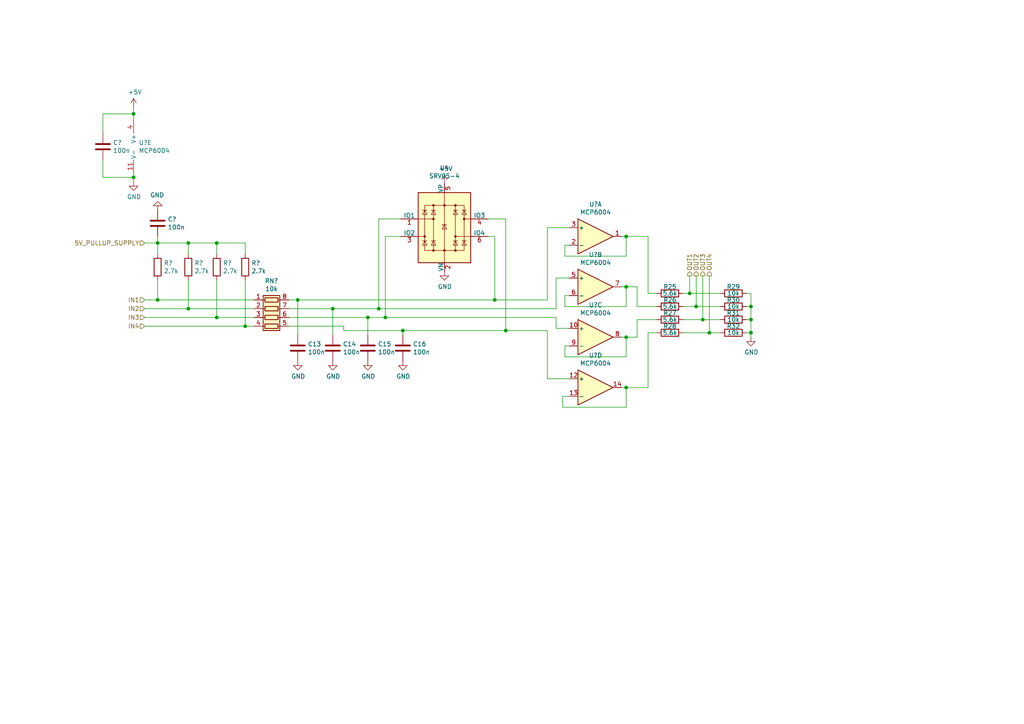
<source format=kicad_sch>
(kicad_sch (version 20250114) (generator "eeschema") (generator_version "9.0")
  (paper "A4")
  (title_block (title "rusEfi Proteus") (date "2022-04-09") (rev "v0.7") (company "rusEFI") (comment 1 "github.com/mck1117/proteus") (comment 2 "rusefi.com/s/proteus"))
  (lib_symbols
    (symbol "Amplifier_Operational:MCP6004" (pin_names (offset 0.127))
      (property "Reference" "U" (at 0 5.08 0))
      (property "Value" "MCP6004" (at 0 -5.08 0))
      (symbol "MCP6004_1_1"
        (polyline (pts (xy -5.08 5.08) (xy 5.08 0) (xy -5.08 -5.08) (xy -5.08 5.08)) (stroke (width 0.254)) (fill (type background)))
        (pin input line (at -7.62 2.54 0) (length 2.54) (name "+") (number "3"))
        (pin input line (at -7.62 -2.54 0) (length 2.54) (name "-") (number "2"))
        (pin output line (at 7.62 0 180) (length 2.54) (name "~") (number "1"))
      )
      (symbol "MCP6004_2_1"
        (polyline (pts (xy -5.08 5.08) (xy 5.08 0) (xy -5.08 -5.08) (xy -5.08 5.08)) (stroke (width 0.254)) (fill (type background)))
        (pin input line (at -7.62 2.54 0) (length 2.54) (name "+") (number "5"))
        (pin input line (at -7.62 -2.54 0) (length 2.54) (name "-") (number "6"))
        (pin output line (at 7.62 0 180) (length 2.54) (name "~") (number "7"))
      )
      (symbol "MCP6004_3_1"
        (polyline (pts (xy -5.08 5.08) (xy 5.08 0) (xy -5.08 -5.08) (xy -5.08 5.08)) (stroke (width 0.254)) (fill (type background)))
        (pin input line (at -7.62 2.54 0) (length 2.54) (name "+") (number "10"))
        (pin input line (at -7.62 -2.54 0) (length 2.54) (name "-") (number "9"))
        (pin output line (at 7.62 0 180) (length 2.54) (name "~") (number "8"))
      )
      (symbol "MCP6004_4_1"
        (polyline (pts (xy -5.08 5.08) (xy 5.08 0) (xy -5.08 -5.08) (xy -5.08 5.08)) (stroke (width 0.254)) (fill (type background)))
        (pin input line (at -7.62 2.54 0) (length 2.54) (name "+") (number "12"))
        (pin input line (at -7.62 -2.54 0) (length 2.54) (name "-") (number "13"))
        (pin output line (at 7.62 0 180) (length 2.54) (name "~") (number "14"))
      )
      (symbol "MCP6004_5_1"
        (pin power_in line (at -2.54 7.62 270) (length 3.81) (name "V+") (number "4"))
        (pin power_in line (at -2.54 -7.62 90) (length 3.81) (name "V-") (number "11"))
      )
    )
    (symbol "Device:C" (pin_numbers (hide yes)) (pin_names (offset 0.254))
      (property "Reference" "C" (at 0.635 2.54 0))
      (property "Value" "C" (at 0.635 -2.54 0))
      (symbol "C_0_1"
        (polyline (pts (xy -2.032 0.762) (xy 2.032 0.762)) (stroke (width 0.508)))
        (polyline (pts (xy -2.032 -0.762) (xy 2.032 -0.762)) (stroke (width 0.508)))
      )
      (symbol "C_1_1"
        (pin passive line (at 0 3.81 270) (length 2.794) (name "~") (number "1"))
        (pin passive line (at 0 -3.81 90) (length 2.794) (name "~") (number "2"))
      )
    )
    (symbol "Device:R" (pin_numbers (hide yes)) (pin_names (offset 0))
      (property "Reference" "R" (at 2.032 0 90))
      (property "Value" "R" (at 0 0 90))
      (symbol "R_0_1"
        (rectangle (start -1.016 -2.54) (end 1.016 2.54) (stroke (width 0.254)))
      )
      (symbol "R_1_1"
        (pin passive line (at 0 3.81 270) (length 1.27) (name "~") (number "1"))
        (pin passive line (at 0 -3.81 90) (length 1.27) (name "~") (number "2"))
      )
    )
    (symbol "Device:R_Pack04" (pin_names (offset 0) (hide yes))
      (property "Reference" "RN" (at -7.62 0 90))
      (property "Value" "R_Pack04" (at 5.08 0 90))
      (symbol "R_Pack04_0_1"
        (rectangle (start -6.35 -2.413) (end 3.81 2.413) (stroke (width 0.254)) (fill (type background)))
        (rectangle (start -5.715 1.905) (end -4.445 -1.905) (stroke (width 0.254)))
        (polyline (pts (xy -5.08 1.905) (xy -5.08 2.54)))
        (polyline (pts (xy -5.08 -2.54) (xy -5.08 -1.905)))
        (rectangle (start -3.175 1.905) (end -1.905 -1.905) (stroke (width 0.254)))
        (polyline (pts (xy -2.54 1.905) (xy -2.54 2.54)))
        (polyline (pts (xy -2.54 -2.54) (xy -2.54 -1.905)))
        (rectangle (start -0.635 1.905) (end 0.635 -1.905) (stroke (width 0.254)))
        (polyline (pts (xy 0 1.905) (xy 0 2.54)))
        (polyline (pts (xy 0 -2.54) (xy 0 -1.905)))
        (rectangle (start 1.905 1.905) (end 3.175 -1.905) (stroke (width 0.254)))
        (polyline (pts (xy 2.54 1.905) (xy 2.54 2.54)))
        (polyline (pts (xy 2.54 -2.54) (xy 2.54 -1.905)))
      )
      (symbol "R_Pack04_1_1"
        (pin passive line (at -5.08 5.08 270) (length 2.54) (name "R1.2") (number "8"))
        (pin passive line (at -5.08 -5.08 90) (length 2.54) (name "R1.1") (number "1"))
        (pin passive line (at -2.54 5.08 270) (length 2.54) (name "R2.2") (number "7"))
        (pin passive line (at -2.54 -5.08 90) (length 2.54) (name "R2.1") (number "2"))
        (pin passive line (at 0 5.08 270) (length 2.54) (name "R3.2") (number "6"))
        (pin passive line (at 0 -5.08 90) (length 2.54) (name "R3.1") (number "3"))
        (pin passive line (at 2.54 5.08 270) (length 2.54) (name "R4.2") (number "5"))
        (pin passive line (at 2.54 -5.08 90) (length 2.54) (name "R4.1") (number "4"))
      )
    )
    (symbol "Power_Protection:SRV05-4" (pin_names (offset 0))
      (property "Reference" "U" (at -5.08 11.43 0))
      (property "Value" "SRV05-4" (at 2.54 11.43 0))
      (symbol "SRV05-4_0_0"
        (rectangle (start -5.715 6.477) (end 5.715 -6.604))
        (polyline (pts (xy -3.175 -6.604) (xy -3.175 6.477)))
        (polyline (pts (xy 3.175 6.477) (xy 3.175 -6.604)))
      )
      (symbol "SRV05-4_0_1"
        (polyline (pts (xy -7.747 2.54) (xy -3.175 2.54)))
        (rectangle (start -7.62 10.16) (end 7.62 -10.16) (stroke (width 0.254)) (fill (type background)))
        (polyline (pts (xy -7.62 -2.54) (xy -5.715 -2.54)))
        (circle (center -5.715 -2.54) (radius 0.2794) (fill (type outline)))
        (polyline (pts (xy -5.08 5.08) (xy -6.35 5.08)))
        (polyline (pts (xy -5.08 3.81) (xy -6.35 3.81) (xy -5.715 5.08) (xy -5.08 3.81)))
        (polyline (pts (xy -5.08 -3.81) (xy -6.35 -3.81)))
        (polyline (pts (xy -5.08 -5.08) (xy -6.35 -5.08) (xy -5.715 -3.81) (xy -5.08 -5.08)))
        (circle (center -3.175 6.477) (radius 0.2794) (fill (type outline)))
        (circle (center -3.175 2.54) (radius 0.2794) (fill (type outline)))
        (circle (center -3.175 -6.604) (radius 0.2794) (fill (type outline)))
        (polyline (pts (xy -2.54 5.08) (xy -3.81 5.08)))
        (polyline (pts (xy -2.54 3.81) (xy -3.81 3.81) (xy -3.175 5.08) (xy -2.54 3.81)))
        (polyline (pts (xy -2.54 -3.81) (xy -3.81 -3.81)))
        (polyline (pts (xy -2.54 -5.08) (xy -3.81 -5.08) (xy -3.175 -3.81) (xy -2.54 -5.08)))
        (polyline (pts (xy 0 10.16) (xy 0 -10.16)))
        (circle (center 0 6.477) (radius 0.2794) (fill (type outline)))
        (circle (center 0 -6.604) (radius 0.2794) (fill (type outline)))
        (polyline (pts (xy 0.635 0.889) (xy -0.635 0.889) (xy -0.635 0.635)))
        (polyline (pts (xy 0.635 -0.381) (xy -0.635 -0.381) (xy 0 0.889) (xy 0.635 -0.381)))
        (circle (center 3.175 6.477) (radius 0.2794) (fill (type outline)))
        (circle (center 3.175 -2.54) (radius 0.2794) (fill (type outline)))
        (circle (center 3.175 -6.604) (radius 0.2794) (fill (type outline)))
        (polyline (pts (xy 3.81 5.08) (xy 2.54 5.08)))
        (polyline (pts (xy 3.81 3.81) (xy 2.54 3.81) (xy 3.175 5.08) (xy 3.81 3.81)))
        (polyline (pts (xy 3.81 -3.81) (xy 2.54 -3.81)))
        (polyline (pts (xy 3.81 -5.08) (xy 2.54 -5.08) (xy 3.175 -3.81) (xy 3.81 -5.08)))
        (circle (center 5.715 2.54) (radius 0.2794) (fill (type outline)))
        (polyline (pts (xy 6.35 5.08) (xy 5.08 5.08)))
        (polyline (pts (xy 6.35 3.81) (xy 5.08 3.81) (xy 5.715 5.08) (xy 6.35 3.81)))
        (polyline (pts (xy 6.35 -3.81) (xy 5.08 -3.81)))
        (polyline (pts (xy 6.35 -5.08) (xy 5.08 -5.08) (xy 5.715 -3.81) (xy 6.35 -5.08)))
        (polyline (pts (xy 7.62 2.54) (xy 5.715 2.54)))
        (polyline (pts (xy 7.62 -2.54) (xy 3.175 -2.54)))
      )
      (symbol "SRV05-4_1_1"
        (pin passive line (at -12.7 2.54 0) (length 5.08) (name "IO1") (number "1"))
        (pin passive line (at -12.7 -2.54 0) (length 5.08) (name "IO2") (number "3"))
        (pin passive line (at 0 12.7 270) (length 2.54) (name "VP") (number "5"))
        (pin passive line (at 0 -12.7 90) (length 2.54) (name "VN") (number "2"))
        (pin passive line (at 12.7 2.54 180) (length 5.08) (name "IO3") (number "4"))
        (pin passive line (at 12.7 -2.54 180) (length 5.08) (name "IO4") (number "6"))
      )
    )
    (symbol "proteus-rescue:+5V-power" (power) (pin_names (offset 0))
      (property "Value" "power_+5V" (at 0 3.556 0))
      (symbol "+5V-power_0_1"
        (polyline (pts (xy -0.762 1.27) (xy 0 2.54)))
        (polyline (pts (xy 0 2.54) (xy 0.762 1.27)))
        (polyline (pts (xy 0 0) (xy 0 2.54)))
      )
      (symbol "+5V-power_1_1"
        (pin power_in line (at 0 0 90) (length 0) (hide yes) (name "+5V") (number "1"))
      )
    )
    (symbol "proteus-rescue:GND-power" (power) (pin_names (offset 0))
      (property "Value" "power_GND" (at 0 -3.81 0))
      (symbol "GND-power_0_1"
        (polyline (pts (xy 0 0) (xy 0 -1.27) (xy 1.27 -1.27) (xy 0 -2.54) (xy -1.27 -1.27) (xy 0 -1.27)))
      )
      (symbol "GND-power_1_1"
        (pin power_in line (at 0 0 270) (length 0) (hide yes) (name "GND") (number "1"))
      )
    )
  )
  (junction (at 71.12 94.615))
  (junction (at 217.805 92.71))
  (junction (at 205.74 96.52))
  (junction (at 146.685 95.885))
  (junction (at 181.61 97.79))
  (junction (at 111.76 92.075))
  (junction (at 201.93 88.9))
  (junction (at 45.72 70.485))
  (junction (at 62.865 70.485))
  (junction (at 106.68 92.075))
  (junction (at 109.855 89.535))
  (junction (at 181.61 83.185))
  (junction (at 143.51 86.995))
  (junction (at 181.61 112.395))
  (junction (at 217.805 88.9))
  (junction (at 45.72 86.995))
  (junction (at 86.36 86.995))
  (junction (at 203.835 92.71))
  (junction (at 217.805 96.52))
  (junction (at 62.865 92.075))
  (junction (at 116.84 95.885))
  (junction (at 96.52 89.535))
  (junction (at 200.025 85.09))
  (junction (at 181.61 68.58))
  (junction (at 54.61 89.535))
  (junction (at 38.735 33.02))
  (junction (at 54.61 70.485))
  (junction (at 38.735 51.435))
  (wire (pts (xy 41.91 86.995) (xy 45.72 86.995)))
  (wire (pts (xy 163.83 88.9) (xy 181.61 88.9)))
  (wire (pts (xy 203.835 80.01) (xy 203.835 92.71)))
  (wire (pts (xy 45.72 68.58) (xy 45.72 70.485)))
  (wire (pts (xy 181.61 97.79) (xy 180.34 97.79)))
  (wire (pts (xy 187.96 68.58) (xy 181.61 68.58)))
  (wire (pts (xy 41.91 92.075) (xy 62.865 92.075)))
  (wire (pts (xy 184.785 92.71) (xy 190.5 92.71)))
  (wire (pts (xy 86.36 86.995) (xy 83.82 86.995)))
  (wire (pts (xy 158.75 66.04) (xy 165.1 66.04)))
  (wire (pts (xy 181.61 97.79) (xy 184.785 97.79)))
  (wire (pts (xy 158.75 95.885) (xy 158.75 109.855)))
  (wire (pts (xy 143.51 86.995) (xy 158.75 86.995)))
  (wire (pts (xy 141.605 68.58) (xy 143.51 68.58)))
  (wire (pts (xy 205.74 96.52) (xy 198.12 96.52)))
  (wire (pts (xy 111.76 92.075) (xy 111.76 68.58)))
  (wire (pts (xy 62.865 70.485) (xy 62.865 73.66)))
  (wire (pts (xy 187.96 85.09) (xy 187.96 68.58)))
  (wire (pts (xy 62.865 70.485) (xy 71.12 70.485)))
  (wire (pts (xy 161.29 80.645) (xy 161.29 89.535)))
  (wire (pts (xy 161.29 92.075) (xy 161.29 95.25)))
  (wire (pts (xy 163.83 103.505) (xy 181.61 103.505)))
  (wire (pts (xy 208.915 96.52) (xy 205.74 96.52)))
  (wire (pts (xy 106.68 92.075) (xy 106.68 97.155)))
  (wire (pts (xy 201.93 80.01) (xy 201.93 88.9)))
  (wire (pts (xy 163.195 118.11) (xy 181.61 118.11)))
  (wire (pts (xy 54.61 81.28) (xy 54.61 89.535)))
  (wire (pts (xy 38.735 51.435) (xy 38.735 50.165)))
  (wire (pts (xy 163.83 74.295) (xy 181.61 74.295)))
  (wire (pts (xy 38.735 33.02) (xy 38.735 34.925)))
  (wire (pts (xy 217.805 85.09) (xy 217.805 88.9)))
  (wire (pts (xy 86.36 97.155) (xy 86.36 86.995)))
  (wire (pts (xy 83.82 94.615) (xy 99.695 94.615)))
  (wire (pts (xy 163.83 71.12) (xy 163.83 74.295)))
  (wire (pts (xy 187.96 96.52) (xy 187.96 112.395)))
  (wire (pts (xy 165.1 80.645) (xy 161.29 80.645)))
  (wire (pts (xy 111.76 92.075) (xy 161.29 92.075)))
  (wire (pts (xy 96.52 89.535) (xy 109.855 89.535)))
  (wire (pts (xy 217.805 92.71) (xy 217.805 88.9)))
  (wire (pts (xy 200.025 85.09) (xy 200.025 80.01)))
  (wire (pts (xy 116.84 97.155) (xy 116.84 95.885)))
  (wire (pts (xy 38.735 51.435) (xy 29.845 51.435)))
  (wire (pts (xy 184.785 88.9) (xy 190.5 88.9)))
  (wire (pts (xy 181.61 83.185) (xy 184.785 83.185)))
  (wire (pts (xy 109.855 89.535) (xy 161.29 89.535)))
  (wire (pts (xy 217.805 97.79) (xy 217.805 96.52)))
  (wire (pts (xy 198.12 92.71) (xy 203.835 92.71)))
  (wire (pts (xy 38.735 31.115) (xy 38.735 33.02)))
  (wire (pts (xy 216.535 85.09) (xy 217.805 85.09)))
  (wire (pts (xy 158.75 109.855) (xy 165.1 109.855)))
  (wire (pts (xy 165.1 100.33) (xy 163.83 100.33)))
  (wire (pts (xy 141.605 63.5) (xy 146.685 63.5)))
  (wire (pts (xy 163.83 100.33) (xy 163.83 103.505)))
  (wire (pts (xy 41.91 89.535) (xy 54.61 89.535)))
  (wire (pts (xy 62.865 92.075) (xy 73.66 92.075)))
  (wire (pts (xy 45.72 70.485) (xy 54.61 70.485)))
  (wire (pts (xy 143.51 68.58) (xy 143.51 86.995)))
  (wire (pts (xy 86.36 86.995) (xy 143.51 86.995)))
  (wire (pts (xy 29.845 33.02) (xy 38.735 33.02)))
  (wire (pts (xy 71.12 94.615) (xy 73.66 94.615)))
  (wire (pts (xy 181.61 118.11) (xy 181.61 112.395)))
  (wire (pts (xy 181.61 74.295) (xy 181.61 68.58)))
  (wire (pts (xy 181.61 103.505) (xy 181.61 97.79)))
  (wire (pts (xy 208.915 88.9) (xy 201.93 88.9)))
  (wire (pts (xy 106.68 92.075) (xy 111.76 92.075)))
  (wire (pts (xy 187.96 112.395) (xy 181.61 112.395)))
  (wire (pts (xy 45.72 70.485) (xy 45.72 73.66)))
  (wire (pts (xy 111.76 68.58) (xy 116.205 68.58)))
  (wire (pts (xy 201.93 88.9) (xy 198.12 88.9)))
  (wire (pts (xy 62.865 81.28) (xy 62.865 92.075)))
  (wire (pts (xy 161.29 95.25) (xy 165.1 95.25)))
  (wire (pts (xy 38.735 52.705) (xy 38.735 51.435)))
  (wire (pts (xy 217.805 96.52) (xy 216.535 96.52)))
  (wire (pts (xy 205.74 96.52) (xy 205.74 80.01)))
  (wire (pts (xy 200.025 85.09) (xy 208.915 85.09)))
  (wire (pts (xy 190.5 85.09) (xy 187.96 85.09)))
  (wire (pts (xy 217.805 96.52) (xy 217.805 92.71)))
  (wire (pts (xy 45.72 86.995) (xy 73.66 86.995)))
  (wire (pts (xy 181.61 68.58) (xy 180.34 68.58)))
  (wire (pts (xy 165.1 85.725) (xy 163.83 85.725)))
  (wire (pts (xy 54.61 70.485) (xy 54.61 73.66)))
  (wire (pts (xy 163.195 114.935) (xy 163.195 118.11)))
  (wire (pts (xy 29.845 38.735) (xy 29.845 33.02)))
  (wire (pts (xy 41.91 70.485) (xy 45.72 70.485)))
  (wire (pts (xy 29.845 51.435) (xy 29.845 46.355)))
  (wire (pts (xy 54.61 70.485) (xy 62.865 70.485)))
  (wire (pts (xy 190.5 96.52) (xy 187.96 96.52)))
  (wire (pts (xy 217.805 88.9) (xy 216.535 88.9)))
  (wire (pts (xy 203.835 92.71) (xy 208.915 92.71)))
  (wire (pts (xy 184.785 83.185) (xy 184.785 88.9)))
  (wire (pts (xy 198.12 85.09) (xy 200.025 85.09)))
  (wire (pts (xy 45.72 81.28) (xy 45.72 86.995)))
  (wire (pts (xy 116.205 63.5) (xy 109.855 63.5)))
  (wire (pts (xy 146.685 95.885) (xy 158.75 95.885)))
  (wire (pts (xy 181.61 88.9) (xy 181.61 83.185)))
  (wire (pts (xy 184.785 97.79) (xy 184.785 92.71)))
  (wire (pts (xy 99.695 95.885) (xy 116.84 95.885)))
  (wire (pts (xy 165.1 114.935) (xy 163.195 114.935)))
  (wire (pts (xy 71.12 81.28) (xy 71.12 94.615)))
  (wire (pts (xy 83.82 92.075) (xy 106.68 92.075)))
  (wire (pts (xy 146.685 63.5) (xy 146.685 95.885)))
  (wire (pts (xy 163.83 85.725) (xy 163.83 88.9)))
  (wire (pts (xy 71.12 70.485) (xy 71.12 73.66)))
  (wire (pts (xy 181.61 112.395) (xy 180.34 112.395)))
  (wire (pts (xy 217.805 92.71) (xy 216.535 92.71)))
  (wire (pts (xy 109.855 63.5) (xy 109.855 89.535)))
  (wire (pts (xy 54.61 89.535) (xy 73.66 89.535)))
  (wire (pts (xy 181.61 83.185) (xy 180.34 83.185)))
  (wire (pts (xy 158.75 86.995) (xy 158.75 66.04)))
  (wire (pts (xy 83.82 89.535) (xy 96.52 89.535)))
  (wire (pts (xy 165.1 71.12) (xy 163.83 71.12)))
  (wire (pts (xy 116.84 95.885) (xy 146.685 95.885)))
  (wire (pts (xy 96.52 89.535) (xy 96.52 97.155)))
  (wire (pts (xy 99.695 94.615) (xy 99.695 95.885)))
  (wire (pts (xy 41.91 94.615) (xy 71.12 94.615)))
  (hierarchical_label "IN2" (shape input) (at 41.91 89.535 180))
  (hierarchical_label "IN3" (shape input) (at 41.91 92.075 180))
  (hierarchical_label "IN4" (shape input) (at 41.91 94.615 180))
  (hierarchical_label "OUT3" (shape output) (at 203.835 80.01 90))
  (hierarchical_label "OUT4" (shape output) (at 205.74 80.01 90))
  (hierarchical_label "OUT1" (shape output) (at 200.025 80.01 90))
  (hierarchical_label "OUT2" (shape output) (at 201.93 80.01 90))
  (hierarchical_label "5V_PULLUP_SUPPLY" (shape input) (at 41.91 70.485 180))
  (hierarchical_label "IN1" (shape input) (at 41.91 86.995 180))
  (symbol (lib_id "Amplifier_Operational:MCP6004") (at 41.275 42.545 0) (unit 5)
    (property "Reference" "U1101" (at 40.2082 41.3766 0) (effects (justify left)))
    (property "Value" "MCP6004" (at 40.2082 43.688 0) (effects (justify left)))
    (property "Footprint" "Package_SO:TSSOP-14_4.4x5mm_P0.65mm" (effects (hide yes)))
    (property "Datasheet" "http://ww1.microchip.com/downloads/en/DeviceDoc/21733j.pdf" (effects (hide yes)))
    (property "PN" "MCP6004T-I/ST" (effects (hide yes)))
    (property "LCSC" "C50282" (effects (hide yes)))
    (property "LCSC_ext" "1" (effects (hide yes)))
    (property "possible_not_ext" "1" (effects (hide yes)))
    (instances (project "" (path "" (reference "U?") (unit 5)) (path "" (reference "U?") (unit 5)) (path "" (reference "U1101") (unit 5))))
  )
  (symbol (lib_id "Device:R_Pack04") (at 78.74 92.075 270) (unit 1)
    (property "Reference" "RN1101" (at 78.74 81.4832 90))
    (property "Value" "10k" (at 78.74 83.7946 90))
    (property "Footprint" "Resistor_SMD:R_Array_Convex_4x0603" (effects (hide yes)))
    (property "PN" "CAT16-473J4LF" (effects (hide yes)))
    (property "LCSC" "C29718" (effects (hide yes)))
    (property "LCSC_ext" "0" (effects (hide yes)))
    (instances (project "" (path "" (reference "RN?") (unit 1)) (path "" (reference "RN?") (unit 1)) (path "" (reference "RN1101") (unit 1))))
  )
  (symbol (lib_id "Device:R") (at 45.72 77.47 0) (unit 1)
    (property "Reference" "R1101" (at 47.498 76.3016 0) (effects (justify left)))
    (property "Value" "2.7k" (at 47.498 78.613 0) (effects (justify left)))
    (property "Footprint" "Resistor_SMD:R_0603_1608Metric" (effects (hide yes)))
    (property "LCSC" "C13167" (effects (hide yes)))
    (property "LCSC_ext" "0" (effects (hide yes)))
    (instances (project "" (path "" (reference "R?") (unit 1)) (path "" (reference "R?") (unit 1)) (path "" (reference "R1101") (unit 1))))
  )
  (symbol (lib_id "Device:C") (at 29.845 42.545 0) (unit 1)
    (property "Reference" "C1101" (at 32.766 41.3766 0) (effects (justify left)))
    (property "Value" "100n" (at 32.766 43.688 0) (effects (justify left)))
    (property "Footprint" "Capacitor_SMD:C_0603_1608Metric" (effects (hide yes)))
    (property "LCSC" "C14663" (effects (hide yes)))
    (property "LCSC_ext" "0" (effects (hide yes)))
    (instances (project "" (path "" (reference "C?") (unit 1)) (path "" (reference "C?") (unit 1)) (path "" (reference "C1101") (unit 1))))
  )
  (symbol (lib_id "proteus-rescue:GND-power") (at 38.735 52.705 0) (unit 1)
    (property "Reference" "#PWR01102" (effects (hide yes)))
    (property "Value" "GND" (at 38.862 57.0992 0))
    (instances (project "" (path "" (reference "#PWR?") (unit 1)) (path "" (reference "#PWR?") (unit 1)) (path "" (reference "#PWR01102") (unit 1))))
  )
  (symbol (lib_id "proteus-rescue:GND-power") (at 106.68 104.775 0) (unit 1)
    (property "Reference" "#PWR01108" (effects (hide yes)))
    (property "Value" "GND" (at 106.807 109.1692 0))
    (instances (project "" (path "" (reference "#PWR?") (unit 1)) (path "" (reference "#PWR?") (unit 1)) (path "" (reference "#PWR01108") (unit 1))))
  )
  (symbol (lib_id "proteus-rescue:GND-power") (at 116.84 104.775 0) (unit 1)
    (property "Reference" "#PWR01109" (effects (hide yes)))
    (property "Value" "GND" (at 116.967 109.1692 0))
    (instances (project "" (path "" (reference "#PWR?") (unit 1)) (path "" (reference "#PWR?") (unit 1)) (path "" (reference "#PWR01109") (unit 1))))
  )
  (symbol (lib_id "proteus-rescue:GND-power") (at 217.805 97.79 0) (unit 1)
    (property "Reference" "#PWR01105" (effects (hide yes)))
    (property "Value" "GND" (at 217.932 102.1842 0))
    (instances (project "" (path "" (reference "#PWR?") (unit 1)) (path "" (reference "#PWR?") (unit 1)) (path "" (reference "#PWR01105") (unit 1))))
  )
  (symbol (lib_id "Device:C") (at 45.72 64.77 0) (unit 1)
    (property "Reference" "C1409" (at 48.641 63.6016 0) (effects (justify left)))
    (property "Value" "100n" (at 48.641 65.913 0) (effects (justify left)))
    (property "Footprint" "Capacitor_SMD:C_0603_1608Metric" (effects (hide yes)))
    (property "LCSC" "C14663" (effects (hide yes)))
    (property "LCSC_ext" "0" (effects (hide yes)))
    (instances (project "" (path "" (reference "C?") (unit 1)) (path "" (reference "C?") (unit 1)) (path "" (reference "C1409") (unit 1))))
  )
  (symbol (lib_id "proteus-rescue:GND-power") (at 45.72 60.96 180) (unit 1)
    (property "Reference" "#PWR0210" (effects (hide yes)))
    (property "Value" "GND" (at 45.593 56.5658 0))
    (instances (project "" (path "" (reference "#PWR?") (unit 1)) (path "" (reference "#PWR?") (unit 1)) (path "" (reference "#PWR0210") (unit 1))))
  )
  (symbol (lib_id "Device:R") (at 54.61 77.47 0) (unit 1)
    (property "Reference" "R1102" (at 56.388 76.3016 0) (effects (justify left)))
    (property "Value" "2.7k" (at 56.388 78.613 0) (effects (justify left)))
    (property "Footprint" "Resistor_SMD:R_0603_1608Metric" (effects (hide yes)))
    (property "LCSC" "C13167" (effects (hide yes)))
    (property "LCSC_ext" "0" (effects (hide yes)))
    (instances (project "" (path "" (reference "R?") (unit 1)) (path "" (reference "R?") (unit 1)) (path "" (reference "R1102") (unit 1))))
  )
  (symbol (lib_id "Device:R") (at 62.865 77.47 0) (unit 1)
    (property "Reference" "R1103" (at 64.643 76.3016 0) (effects (justify left)))
    (property "Value" "2.7k" (at 64.643 78.613 0) (effects (justify left)))
    (property "Footprint" "Resistor_SMD:R_0603_1608Metric" (effects (hide yes)))
    (property "LCSC" "C13167" (effects (hide yes)))
    (property "LCSC_ext" "0" (effects (hide yes)))
    (instances (project "" (path "" (reference "R?") (unit 1)) (path "" (reference "R?") (unit 1)) (path "" (reference "R1103") (unit 1))))
  )
  (symbol (lib_id "Device:R") (at 71.12 77.47 0) (unit 1)
    (property "Reference" "R1104" (at 72.898 76.3016 0) (effects (justify left)))
    (property "Value" "2.7k" (at 72.898 78.613 0) (effects (justify left)))
    (property "Footprint" "Resistor_SMD:R_0603_1608Metric" (effects (hide yes)))
    (property "LCSC" "C13167" (effects (hide yes)))
    (property "LCSC_ext" "0" (effects (hide yes)))
    (instances (project "" (path "" (reference "R?") (unit 1)) (path "" (reference "R?") (unit 1)) (path "" (reference "R1104") (unit 1))))
  )
  (symbol (lib_id "Amplifier_Operational:MCP6004") (at 172.72 68.58 0) (unit 1)
    (property "Reference" "U1101" (at 172.72 59.2582 0))
    (property "Value" "MCP6004" (at 172.72 61.5696 0))
    (property "Footprint" "Package_SO:TSSOP-14_4.4x5mm_P0.65mm" (effects (hide yes)))
    (property "Datasheet" "http://ww1.microchip.com/downloads/en/DeviceDoc/21733j.pdf" (effects (hide yes)))
    (property "PN" "MCP6004T-I/ST" (effects (hide yes)))
    (property "LCSC" "C50282" (effects (hide yes)))
    (property "LCSC_ext" "1" (effects (hide yes)))
    (property "possible_not_ext" "1" (effects (hide yes)))
    (instances (project "" (path "" (reference "U?") (unit 1)) (path "" (reference "U?") (unit 1)) (path "" (reference "U1101") (unit 1))))
  )
  (symbol (lib_id "Amplifier_Operational:MCP6004") (at 172.72 83.185 0) (unit 2)
    (property "Reference" "U1101" (at 172.72 73.8632 0))
    (property "Value" "MCP6004" (at 172.72 76.1746 0))
    (property "Footprint" "Package_SO:TSSOP-14_4.4x5mm_P0.65mm" (effects (hide yes)))
    (property "Datasheet" "http://ww1.microchip.com/downloads/en/DeviceDoc/21733j.pdf" (effects (hide yes)))
    (property "PN" "MCP6004T-I/ST" (effects (hide yes)))
    (property "LCSC" "C50282" (effects (hide yes)))
    (property "LCSC_ext" "1" (effects (hide yes)))
    (property "possible_not_ext" "1" (effects (hide yes)))
    (instances (project "" (path "" (reference "U?") (unit 2)) (path "" (reference "U?") (unit 2)) (path "" (reference "U1101") (unit 2))))
  )
  (symbol (lib_id "Amplifier_Operational:MCP6004") (at 172.72 97.79 0) (unit 3)
    (property "Reference" "U1101" (at 172.72 88.4682 0))
    (property "Value" "MCP6004" (at 172.72 90.7796 0))
    (property "Footprint" "Package_SO:TSSOP-14_4.4x5mm_P0.65mm" (effects (hide yes)))
    (property "Datasheet" "http://ww1.microchip.com/downloads/en/DeviceDoc/21733j.pdf" (effects (hide yes)))
    (property "PN" "MCP6004T-I/ST" (effects (hide yes)))
    (property "LCSC" "C50282" (effects (hide yes)))
    (property "LCSC_ext" "1" (effects (hide yes)))
    (property "possible_not_ext" "1" (effects (hide yes)))
    (instances (project "" (path "" (reference "U?") (unit 3)) (path "" (reference "U?") (unit 3)) (path "" (reference "U1101") (unit 3))))
  )
  (symbol (lib_id "Amplifier_Operational:MCP6004") (at 172.72 112.395 0) (unit 4)
    (property "Reference" "U1101" (at 172.72 103.0732 0))
    (property "Value" "MCP6004" (at 172.72 105.3846 0))
    (property "Footprint" "Package_SO:TSSOP-14_4.4x5mm_P0.65mm" (effects (hide yes)))
    (property "Datasheet" "http://ww1.microchip.com/downloads/en/DeviceDoc/21733j.pdf" (effects (hide yes)))
    (property "PN" "MCP6004T-I/ST" (effects (hide yes)))
    (property "LCSC" "C50282" (effects (hide yes)))
    (property "LCSC_ext" "1" (effects (hide yes)))
    (property "possible_not_ext" "1" (effects (hide yes)))
    (instances (project "" (path "" (reference "U?") (unit 4)) (path "" (reference "U?") (unit 4)) (path "" (reference "U1101") (unit 4))))
  )
  (symbol (lib_id "proteus-rescue:GND-power") (at 86.36 104.775 0) (unit 1)
    (property "Reference" "#PWR01106" (effects (hide yes)))
    (property "Value" "GND" (at 86.487 109.1692 0))
    (instances (project "" (path "" (reference "#PWR?") (unit 1)) (path "" (reference "#PWR?") (unit 1)) (path "" (reference "#PWR01106") (unit 1))))
  )
  (symbol (lib_id "proteus-rescue:GND-power") (at 96.52 104.775 0) (unit 1)
    (property "Reference" "#PWR01107" (effects (hide yes)))
    (property "Value" "GND" (at 96.647 109.1692 0))
    (instances (project "" (path "" (reference "#PWR?") (unit 1)) (path "" (reference "#PWR?") (unit 1)) (path "" (reference "#PWR01107") (unit 1))))
  )
  (symbol (lib_id "proteus-rescue:+5V-power") (at 38.735 31.115 0) (unit 1)
    (property "Reference" "#PWR0218" (effects (hide yes)))
    (property "Value" "+5V" (at 39.116 26.7208 0))
  )
  (symbol (lib_id "Device:C") (at 86.36 100.965 0) (unit 1)
    (property "Reference" "C13" (at 89.281 99.7966 0) (effects (justify left)))
    (property "Value" "100n" (at 89.281 102.108 0) (effects (justify left)))
    (property "Footprint" "Capacitor_SMD:C_0402_1005Metric" (effects (hide yes)))
    (property "LCSC" "C1525" (effects (hide yes)))
    (property "LCSC_ext" "0" (effects (hide yes)))
  )
  (symbol (lib_id "Device:C") (at 96.52 100.965 0) (unit 1)
    (property "Reference" "C14" (at 99.441 99.7966 0) (effects (justify left)))
    (property "Value" "100n" (at 99.441 102.108 0) (effects (justify left)))
    (property "Footprint" "Capacitor_SMD:C_0402_1005Metric" (effects (hide yes)))
    (property "LCSC" "C1525" (effects (hide yes)))
    (property "LCSC_ext" "0" (effects (hide yes)))
  )
  (symbol (lib_id "Device:C") (at 106.68 100.965 0) (unit 1)
    (property "Reference" "C15" (at 109.601 99.7966 0) (effects (justify left)))
    (property "Value" "100n" (at 109.601 102.108 0) (effects (justify left)))
    (property "Footprint" "Capacitor_SMD:C_0402_1005Metric" (effects (hide yes)))
    (property "LCSC" "C1525" (effects (hide yes)))
    (property "LCSC_ext" "0" (effects (hide yes)))
  )
  (symbol (lib_id "Device:C") (at 116.84 100.965 0) (unit 1)
    (property "Reference" "C16" (at 119.761 99.7966 0) (effects (justify left)))
    (property "Value" "100n" (at 119.761 102.108 0) (effects (justify left)))
    (property "Footprint" "Capacitor_SMD:C_0402_1005Metric" (effects (hide yes)))
    (property "LCSC" "C1525" (effects (hide yes)))
    (property "LCSC_ext" "0" (effects (hide yes)))
  )
  (symbol (lib_id "Power_Protection:SRV05-4") (at 128.905 66.04 0) (unit 1)
    (property "Reference" "U4" (at 128.905 48.7426 0))
    (property "Value" "SRV05-4" (at 128.905 51.054 0))
    (property "Footprint" "Package_TO_SOT_SMD:SOT-23-6" (effects (hide yes)))
    (property "Datasheet" "http://www.onsemi.com/pub/Collateral/SRV05-4-D.PDF" (effects (hide yes)))
    (property "LCSC" "C85364" (effects (hide yes)))
    (property "LCSC_ext" "0" (effects (hide yes)))
  )
  (symbol (lib_id "proteus-rescue:GND-power") (at 128.905 78.74 0) (unit 1)
    (property "Reference" "#PWR0272" (effects (hide yes)))
    (property "Value" "GND" (at 129.032 83.1342 0))
    (instances (project "" (path "" (reference "#PWR?") (unit 1)) (path "" (reference "#PWR?") (unit 1)) (path "" (reference "#PWR0272") (unit 1))))
  )
  (symbol (lib_id "proteus-rescue:+5V-power") (at 128.905 53.34 0) (unit 1)
    (property "Reference" "#PWR0273" (effects (hide yes)))
    (property "Value" "+5V" (at 129.286 48.9458 0))
  )
  (symbol (lib_id "Device:R") (at 194.31 85.09 270) (unit 1)
    (property "Reference" "R25" (at 194.31 83.185 90))
    (property "Value" "5.6k" (at 194.31 85.09 90))
    (property "Footprint" "Resistor_SMD:R_0402_1005Metric" (effects (hide yes)))
    (property "LCSC" "C25908" (effects (hide yes)))
    (property "LCSC_ext" "0" (effects (hide yes)))
  )
  (symbol (lib_id "Device:R") (at 194.31 88.9 270) (unit 1)
    (property "Reference" "R26" (at 194.31 86.995 90))
    (property "Value" "5.6k" (at 194.31 88.9 90))
    (property "Footprint" "Resistor_SMD:R_0402_1005Metric" (effects (hide yes)))
    (property "LCSC" "C25908" (effects (hide yes)))
    (property "LCSC_ext" "0" (effects (hide yes)))
  )
  (symbol (lib_id "Device:R") (at 194.31 92.71 270) (unit 1)
    (property "Reference" "R27" (at 194.31 90.805 90))
    (property "Value" "5.6k" (at 194.31 92.71 90))
    (property "Footprint" "Resistor_SMD:R_0402_1005Metric" (effects (hide yes)))
    (property "LCSC" "C25908" (effects (hide yes)))
    (property "LCSC_ext" "0" (effects (hide yes)))
  )
  (symbol (lib_id "Device:R") (at 194.31 96.52 270) (unit 1)
    (property "Reference" "R28" (at 194.31 94.615 90))
    (property "Value" "5.6k" (at 194.31 96.52 90))
    (property "Footprint" "Resistor_SMD:R_0402_1005Metric" (effects (hide yes)))
    (property "LCSC" "C25908" (effects (hide yes)))
    (property "LCSC_ext" "0" (effects (hide yes)))
  )
  (symbol (lib_id "Device:R") (at 212.725 85.09 270) (unit 1)
    (property "Reference" "R29" (at 212.725 83.185 90))
    (property "Value" "10k" (at 212.725 85.09 90))
    (property "Footprint" "Resistor_SMD:R_0402_1005Metric" (effects (hide yes)))
    (property "LCSC" "C25744" (effects (hide yes)))
    (property "LCSC_ext" "0" (effects (hide yes)))
  )
  (symbol (lib_id "Device:R") (at 212.725 88.9 270) (unit 1)
    (property "Reference" "R30" (at 212.725 86.995 90))
    (property "Value" "10k" (at 212.725 88.9 90))
    (property "Footprint" "Resistor_SMD:R_0402_1005Metric" (effects (hide yes)))
    (property "LCSC" "C25744" (effects (hide yes)))
    (property "LCSC_ext" "0" (effects (hide yes)))
  )
  (symbol (lib_id "Device:R") (at 212.725 92.71 270) (unit 1)
    (property "Reference" "R31" (at 212.725 90.805 90))
    (property "Value" "10k" (at 212.725 92.71 90))
    (property "Footprint" "Resistor_SMD:R_0402_1005Metric" (effects (hide yes)))
    (property "LCSC" "C25744" (effects (hide yes)))
    (property "LCSC_ext" "0" (effects (hide yes)))
  )
  (symbol (lib_id "Device:R") (at 212.725 96.52 270) (unit 1)
    (property "Reference" "R32" (at 212.725 94.615 90))
    (property "Value" "10k" (at 212.725 96.52 90))
    (property "Footprint" "Resistor_SMD:R_0402_1005Metric" (effects (hide yes)))
    (property "LCSC" "C25744" (effects (hide yes)))
    (property "LCSC_ext" "0" (effects (hide yes)))
  )
)
</source>
